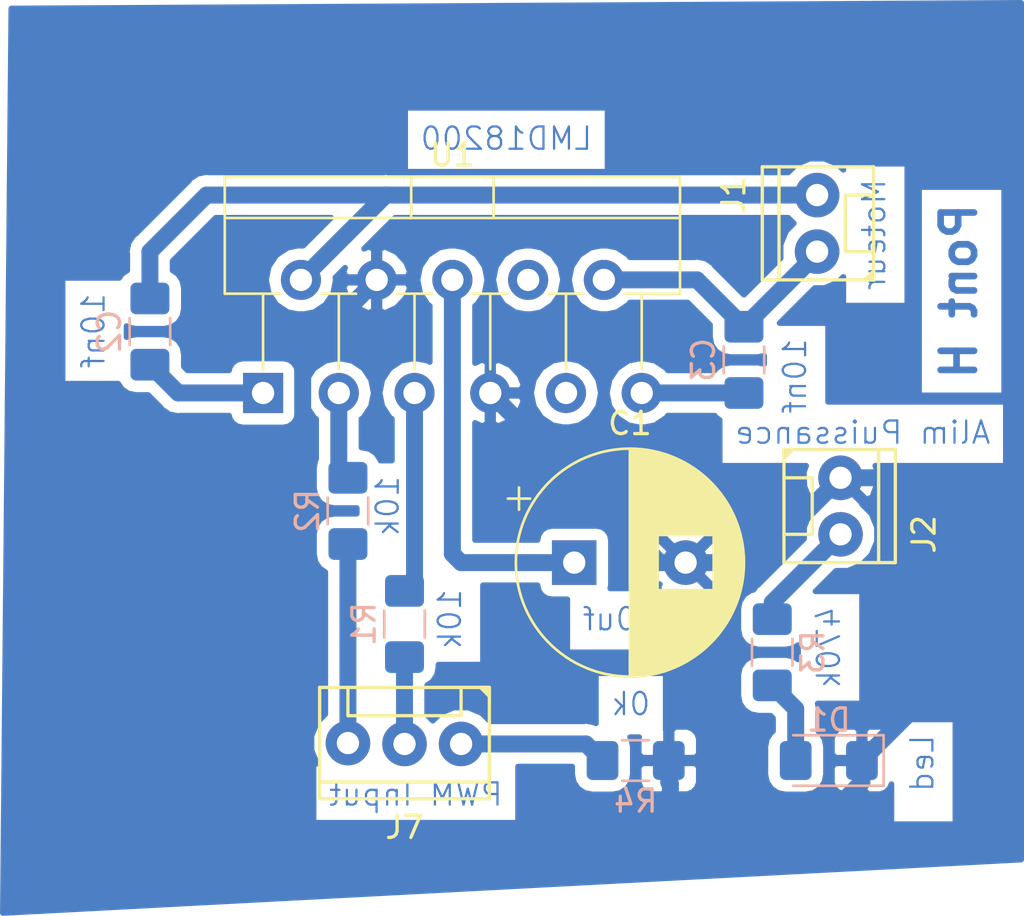
<source format=kicad_pcb>
(kicad_pcb (version 20171130) (host pcbnew "(5.0.1)-3")

  (general
    (thickness 1.6)
    (drawings 13)
    (tracks 52)
    (zones 0)
    (modules 12)
    (nets 16)
  )

  (page A4)
  (layers
    (0 F.Cu signal hide)
    (31 B.Cu signal)
    (32 B.Adhes user hide)
    (33 F.Adhes user hide)
    (34 B.Paste user hide)
    (35 F.Paste user hide)
    (36 B.SilkS user hide)
    (37 F.SilkS user hide)
    (38 B.Mask user hide)
    (39 F.Mask user hide)
    (40 Dwgs.User user hide)
    (41 Cmts.User user hide)
    (42 Eco1.User user hide)
    (43 Eco2.User user hide)
    (44 Edge.Cuts user hide)
    (45 Margin user hide)
    (46 B.CrtYd user hide)
    (47 F.CrtYd user hide)
    (48 B.Fab user hide)
    (49 F.Fab user hide)
  )

  (setup
    (last_trace_width 0.762)
    (user_trace_width 0.254)
    (user_trace_width 0.381)
    (user_trace_width 0.762)
    (trace_clearance 0.2)
    (zone_clearance 0.508)
    (zone_45_only no)
    (trace_min 0.2)
    (segment_width 0.2)
    (edge_width 0.1)
    (via_size 0.8)
    (via_drill 0.4)
    (via_min_size 0.4)
    (via_min_drill 0.3)
    (uvia_size 0.3)
    (uvia_drill 0.1)
    (uvias_allowed no)
    (uvia_min_size 0.2)
    (uvia_min_drill 0.1)
    (pcb_text_width 0.1)
    (pcb_text_size 1 1)
    (mod_edge_width 0.15)
    (mod_text_size 1 1)
    (mod_text_width 0.15)
    (pad_size 1.425 1.75)
    (pad_drill 0)
    (pad_to_mask_clearance 0.051)
    (solder_mask_min_width 0.25)
    (aux_axis_origin 0 0)
    (visible_elements 7FFFFFFF)
    (pcbplotparams
      (layerselection 0x010fc_ffffffff)
      (usegerberextensions false)
      (usegerberattributes false)
      (usegerberadvancedattributes false)
      (creategerberjobfile false)
      (excludeedgelayer true)
      (linewidth 0.100000)
      (plotframeref false)
      (viasonmask false)
      (mode 1)
      (useauxorigin false)
      (hpglpennumber 1)
      (hpglpenspeed 20)
      (hpglpendiameter 15.000000)
      (psnegative false)
      (psa4output false)
      (plotreference true)
      (plotvalue true)
      (plotinvisibletext false)
      (padsonsilk false)
      (subtractmaskfromsilk false)
      (outputformat 1)
      (mirror false)
      (drillshape 1)
      (scaleselection 1)
      (outputdirectory ""))
  )

  (net 0 "")
  (net 1 GNDPWR)
  (net 2 "Net-(C1-Pad1)")
  (net 3 "Net-(C2-Pad2)")
  (net 4 "Net-(C2-Pad1)")
  (net 5 "Net-(C3-Pad1)")
  (net 6 "Net-(C3-Pad2)")
  (net 7 "Net-(D1-Pad2)")
  (net 8 /VS)
  (net 9 "Net-(J7-Pad1)")
  (net 10 "Net-(J7-Pad2)")
  (net 11 "Net-(J7-Pad3)")
  (net 12 "Net-(R1-Pad1)")
  (net 13 "Net-(R2-Pad1)")
  (net 14 "Net-(U1-Pad9)")
  (net 15 "Net-(U1-Pad8)")

  (net_class Default "This is the default net class."
    (clearance 0.2)
    (trace_width 0.25)
    (via_dia 0.8)
    (via_drill 0.4)
    (uvia_dia 0.3)
    (uvia_drill 0.1)
    (add_net /VS)
    (add_net GNDPWR)
    (add_net "Net-(C1-Pad1)")
    (add_net "Net-(C2-Pad1)")
    (add_net "Net-(C2-Pad2)")
    (add_net "Net-(C3-Pad1)")
    (add_net "Net-(C3-Pad2)")
    (add_net "Net-(D1-Pad2)")
    (add_net "Net-(J7-Pad1)")
    (add_net "Net-(J7-Pad2)")
    (add_net "Net-(J7-Pad3)")
    (add_net "Net-(R1-Pad1)")
    (add_net "Net-(R2-Pad1)")
    (add_net "Net-(U1-Pad8)")
    (add_net "Net-(U1-Pad9)")
  )

  (module Resistor_SMD:R_1206_3216Metric_Pad1.42x1.75mm_HandSolder (layer B.Cu) (tedit 5B301BBD) (tstamp 5C6EE002)
    (at 144.78 84.0375 270)
    (descr "Resistor SMD 1206 (3216 Metric), square (rectangular) end terminal, IPC_7351 nominal with elongated pad for handsoldering. (Body size source: http://www.tortai-tech.com/upload/download/2011102023233369053.pdf), generated with kicad-footprint-generator")
    (tags "resistor handsolder")
    (path /5C1271CA)
    (attr smd)
    (fp_text reference R2 (at 0 1.82 270) (layer B.SilkS)
      (effects (font (size 1 1) (thickness 0.15)) (justify mirror))
    )
    (fp_text value 10k (at 0 -1.82 270) (layer B.Fab)
      (effects (font (size 1 1) (thickness 0.15)) (justify mirror))
    )
    (fp_line (start -1.6 -0.8) (end -1.6 0.8) (layer B.Fab) (width 0.1))
    (fp_line (start -1.6 0.8) (end 1.6 0.8) (layer B.Fab) (width 0.1))
    (fp_line (start 1.6 0.8) (end 1.6 -0.8) (layer B.Fab) (width 0.1))
    (fp_line (start 1.6 -0.8) (end -1.6 -0.8) (layer B.Fab) (width 0.1))
    (fp_line (start -0.602064 0.91) (end 0.602064 0.91) (layer B.SilkS) (width 0.12))
    (fp_line (start -0.602064 -0.91) (end 0.602064 -0.91) (layer B.SilkS) (width 0.12))
    (fp_line (start -2.45 -1.12) (end -2.45 1.12) (layer B.CrtYd) (width 0.05))
    (fp_line (start -2.45 1.12) (end 2.45 1.12) (layer B.CrtYd) (width 0.05))
    (fp_line (start 2.45 1.12) (end 2.45 -1.12) (layer B.CrtYd) (width 0.05))
    (fp_line (start 2.45 -1.12) (end -2.45 -1.12) (layer B.CrtYd) (width 0.05))
    (fp_text user %R (at 0 0 270) (layer B.Fab)
      (effects (font (size 0.8 0.8) (thickness 0.12)) (justify mirror))
    )
    (pad 1 smd roundrect (at -1.4875 0 270) (size 1.425 1.75) (layers B.Cu B.Paste B.Mask) (roundrect_rratio 0.175439)
      (net 13 "Net-(R2-Pad1)"))
    (pad 2 smd roundrect (at 1.4875 0 270) (size 1.425 1.75) (layers B.Cu B.Paste B.Mask) (roundrect_rratio 0.175439)
      (net 11 "Net-(J7-Pad3)"))
    (model ${KISYS3DMOD}/Resistor_SMD.3dshapes/R_1206_3216Metric.wrl
      (at (xyz 0 0 0))
      (scale (xyz 1 1 1))
      (rotate (xyz 0 0 0))
    )
  )

  (module Resistor_SMD:R_1206_3216Metric_Pad1.42x1.75mm_HandSolder (layer B.Cu) (tedit 5B301BBD) (tstamp 5C6EDFF2)
    (at 147.32 89.1175 270)
    (descr "Resistor SMD 1206 (3216 Metric), square (rectangular) end terminal, IPC_7351 nominal with elongated pad for handsoldering. (Body size source: http://www.tortai-tech.com/upload/download/2011102023233369053.pdf), generated with kicad-footprint-generator")
    (tags "resistor handsolder")
    (path /5C12713F)
    (attr smd)
    (fp_text reference R1 (at 0 1.82 270) (layer B.SilkS)
      (effects (font (size 1 1) (thickness 0.15)) (justify mirror))
    )
    (fp_text value 10k (at 0 -1.82 270) (layer B.Fab)
      (effects (font (size 1 1) (thickness 0.15)) (justify mirror))
    )
    (fp_text user %R (at 0 0 270) (layer B.Fab)
      (effects (font (size 0.8 0.8) (thickness 0.12)) (justify mirror))
    )
    (fp_line (start 2.45 -1.12) (end -2.45 -1.12) (layer B.CrtYd) (width 0.05))
    (fp_line (start 2.45 1.12) (end 2.45 -1.12) (layer B.CrtYd) (width 0.05))
    (fp_line (start -2.45 1.12) (end 2.45 1.12) (layer B.CrtYd) (width 0.05))
    (fp_line (start -2.45 -1.12) (end -2.45 1.12) (layer B.CrtYd) (width 0.05))
    (fp_line (start -0.602064 -0.91) (end 0.602064 -0.91) (layer B.SilkS) (width 0.12))
    (fp_line (start -0.602064 0.91) (end 0.602064 0.91) (layer B.SilkS) (width 0.12))
    (fp_line (start 1.6 -0.8) (end -1.6 -0.8) (layer B.Fab) (width 0.1))
    (fp_line (start 1.6 0.8) (end 1.6 -0.8) (layer B.Fab) (width 0.1))
    (fp_line (start -1.6 0.8) (end 1.6 0.8) (layer B.Fab) (width 0.1))
    (fp_line (start -1.6 -0.8) (end -1.6 0.8) (layer B.Fab) (width 0.1))
    (pad 2 smd roundrect (at 1.4875 0 270) (size 1.425 1.75) (layers B.Cu B.Paste B.Mask) (roundrect_rratio 0.175439)
      (net 10 "Net-(J7-Pad2)"))
    (pad 1 smd roundrect (at -1.4875 0 270) (size 1.425 1.75) (layers B.Cu B.Paste B.Mask) (roundrect_rratio 0.175439)
      (net 12 "Net-(R1-Pad1)"))
    (model ${KISYS3DMOD}/Resistor_SMD.3dshapes/R_1206_3216Metric.wrl
      (at (xyz 0 0 0))
      (scale (xyz 1 1 1))
      (rotate (xyz 0 0 0))
    )
  )

  (module @Robot:HE14-2-straight (layer F.Cu) (tedit 5C44AB67) (tstamp 5C6EDFE0)
    (at 165.1 69.85 90)
    (tags "HE14 3 straight connector 1x3")
    (path /5C1BFABE)
    (fp_text reference J1 (at 0 -3 90) (layer F.SilkS)
      (effects (font (size 1 1) (thickness 0.15)))
    )
    (fp_text value U$4 (at 0 5 90) (layer F.Fab)
      (effects (font (size 1 1) (thickness 0.15)))
    )
    (fp_line (start -3.81 3.283747) (end -3.81 -1.716253) (layer F.CrtYd) (width 0.15))
    (fp_line (start 1.27 3.283747) (end -3.81 3.283747) (layer F.SilkS) (width 0.15))
    (fp_line (start 1.27 -1.716253) (end 1.27 3.283747) (layer F.CrtYd) (width 0.15))
    (fp_line (start 1.27 -1.716253) (end -3.81 -1.716253) (layer F.SilkS) (width 0.15))
    (fp_line (start -2.54 2.013747) (end -2.54 3.283747) (layer F.SilkS) (width 0.15))
    (fp_line (start 0 3.283747) (end 0 2.013747) (layer F.SilkS) (width 0.15))
    (fp_line (start 1.27 -0.966253) (end -3.81 -0.966253) (layer F.SilkS) (width 0.15))
    (fp_line (start 0 2.013747) (end -2.54 2.013747) (layer F.SilkS) (width 0.15))
    (fp_poly (pts (xy -3.41 3.283747) (xy -3.81 2.883747) (xy -3.81 3.283747)) (layer F.SilkS) (width 0.15))
    (fp_line (start -3.81 3.283747) (end -3.81 -1.716253) (layer F.SilkS) (width 0.15))
    (fp_line (start 1.27 3.283747) (end 1.27 -1.716253) (layer F.SilkS) (width 0.15))
    (fp_line (start 1.27 -1.716253) (end -3.81 -1.716253) (layer F.CrtYd) (width 0.15))
    (fp_line (start 1.27 3.283747) (end -3.81 3.283747) (layer F.CrtYd) (width 0.15))
    (pad 1 thru_hole circle (at -2.54 0.743747 270) (size 2 2) (drill 1) (layers *.Cu *.Mask)
      (net 5 "Net-(C3-Pad1)"))
    (pad 2 thru_hole circle (at 0 0.743747 270) (size 2 2) (drill 1) (layers *.Cu *.Mask)
      (net 4 "Net-(C2-Pad1)"))
    (model ${KIROBOT}/@Robot.3D/HE14/c-281695-3-k-3d.igs
      (offset (xyz 0 -0.7492999887466431 10.79499983787537))
      (scale (xyz 1 1 1))
      (rotate (xyz 0 0 0))
    )
  )

  (module Capacitor_SMD:C_1206_3216Metric_Pad1.42x1.75mm_HandSolder (layer B.Cu) (tedit 5B301BBE) (tstamp 5C6EDFD0)
    (at 162.56 77.2525 270)
    (descr "Capacitor SMD 1206 (3216 Metric), square (rectangular) end terminal, IPC_7351 nominal with elongated pad for handsoldering. (Body size source: http://www.tortai-tech.com/upload/download/2011102023233369053.pdf), generated with kicad-footprint-generator")
    (tags "capacitor handsolder")
    (path /5C70B6EB)
    (attr smd)
    (fp_text reference C3 (at 0 1.82 270) (layer B.SilkS)
      (effects (font (size 1 1) (thickness 0.15)) (justify mirror))
    )
    (fp_text value 10nF (at 0 -1.82 270) (layer B.Fab)
      (effects (font (size 1 1) (thickness 0.15)) (justify mirror))
    )
    (fp_line (start -1.6 -0.8) (end -1.6 0.8) (layer B.Fab) (width 0.1))
    (fp_line (start -1.6 0.8) (end 1.6 0.8) (layer B.Fab) (width 0.1))
    (fp_line (start 1.6 0.8) (end 1.6 -0.8) (layer B.Fab) (width 0.1))
    (fp_line (start 1.6 -0.8) (end -1.6 -0.8) (layer B.Fab) (width 0.1))
    (fp_line (start -0.602064 0.91) (end 0.602064 0.91) (layer B.SilkS) (width 0.12))
    (fp_line (start -0.602064 -0.91) (end 0.602064 -0.91) (layer B.SilkS) (width 0.12))
    (fp_line (start -2.45 -1.12) (end -2.45 1.12) (layer B.CrtYd) (width 0.05))
    (fp_line (start -2.45 1.12) (end 2.45 1.12) (layer B.CrtYd) (width 0.05))
    (fp_line (start 2.45 1.12) (end 2.45 -1.12) (layer B.CrtYd) (width 0.05))
    (fp_line (start 2.45 -1.12) (end -2.45 -1.12) (layer B.CrtYd) (width 0.05))
    (fp_text user %R (at 0 0 270) (layer B.Fab)
      (effects (font (size 0.8 0.8) (thickness 0.12)) (justify mirror))
    )
    (pad 1 smd roundrect (at -1.4875 0 270) (size 1.425 1.75) (layers B.Cu B.Paste B.Mask) (roundrect_rratio 0.175439)
      (net 5 "Net-(C3-Pad1)"))
    (pad 2 smd roundrect (at 1.4875 0 270) (size 1.425 1.75) (layers B.Cu B.Paste B.Mask) (roundrect_rratio 0.175439)
      (net 6 "Net-(C3-Pad2)"))
    (model ${KISYS3DMOD}/Capacitor_SMD.3dshapes/C_1206_3216Metric.wrl
      (at (xyz 0 0 0))
      (scale (xyz 1 1 1))
      (rotate (xyz 0 0 0))
    )
  )

  (module Resistor_SMD:R_1206_3216Metric_Pad1.42x1.75mm_HandSolder (layer B.Cu) (tedit 5B301BBD) (tstamp 5C6EDFC0)
    (at 157.6975 95.25)
    (descr "Resistor SMD 1206 (3216 Metric), square (rectangular) end terminal, IPC_7351 nominal with elongated pad for handsoldering. (Body size source: http://www.tortai-tech.com/upload/download/2011102023233369053.pdf), generated with kicad-footprint-generator")
    (tags "resistor handsolder")
    (path /5C14FFB1)
    (attr smd)
    (fp_text reference R4 (at 0 1.82) (layer B.SilkS)
      (effects (font (size 1 1) (thickness 0.15)) (justify mirror))
    )
    (fp_text value 0 (at 0 -1.82) (layer B.Fab)
      (effects (font (size 1 1) (thickness 0.15)) (justify mirror))
    )
    (fp_line (start -1.6 -0.8) (end -1.6 0.8) (layer B.Fab) (width 0.1))
    (fp_line (start -1.6 0.8) (end 1.6 0.8) (layer B.Fab) (width 0.1))
    (fp_line (start 1.6 0.8) (end 1.6 -0.8) (layer B.Fab) (width 0.1))
    (fp_line (start 1.6 -0.8) (end -1.6 -0.8) (layer B.Fab) (width 0.1))
    (fp_line (start -0.602064 0.91) (end 0.602064 0.91) (layer B.SilkS) (width 0.12))
    (fp_line (start -0.602064 -0.91) (end 0.602064 -0.91) (layer B.SilkS) (width 0.12))
    (fp_line (start -2.45 -1.12) (end -2.45 1.12) (layer B.CrtYd) (width 0.05))
    (fp_line (start -2.45 1.12) (end 2.45 1.12) (layer B.CrtYd) (width 0.05))
    (fp_line (start 2.45 1.12) (end 2.45 -1.12) (layer B.CrtYd) (width 0.05))
    (fp_line (start 2.45 -1.12) (end -2.45 -1.12) (layer B.CrtYd) (width 0.05))
    (fp_text user %R (at 0 0) (layer B.Fab)
      (effects (font (size 0.8 0.8) (thickness 0.12)) (justify mirror))
    )
    (pad 1 smd roundrect (at -1.4875 0) (size 1.425 1.75) (layers B.Cu B.Paste B.Mask) (roundrect_rratio 0.175439)
      (net 9 "Net-(J7-Pad1)"))
    (pad 2 smd roundrect (at 1.4875 0) (size 1.425 1.75) (layers B.Cu B.Paste B.Mask) (roundrect_rratio 0.175439)
      (net 1 GNDPWR))
    (model ${KISYS3DMOD}/Resistor_SMD.3dshapes/R_1206_3216Metric.wrl
      (at (xyz 0 0 0))
      (scale (xyz 1 1 1))
      (rotate (xyz 0 0 0))
    )
  )

  (module @Robot:HE14-3-straight (layer F.Cu) (tedit 5C40A9D3) (tstamp 5C6EDFAD)
    (at 147.32 95.25 180)
    (tags "HE14 3 straight connector 1x3")
    (path /5C6EED21)
    (fp_text reference J7 (at 0 -3 180) (layer F.SilkS)
      (effects (font (size 1 1) (thickness 0.15)))
    )
    (fp_text value "PWM input" (at 0 5 180) (layer F.Fab)
      (effects (font (size 1 1) (thickness 0.15)))
    )
    (fp_line (start -3.81 3.283747) (end -3.81 -1.716253) (layer F.CrtYd) (width 0.15))
    (fp_line (start 3.81 3.283747) (end -3.81 3.283747) (layer F.SilkS) (width 0.15))
    (fp_line (start 3.81 -1.716253) (end 3.81 3.283747) (layer F.CrtYd) (width 0.15))
    (fp_line (start 3.81 -1.716253) (end -3.81 -1.716253) (layer F.SilkS) (width 0.15))
    (fp_line (start -2.54 2.013747) (end -2.54 3.283747) (layer F.SilkS) (width 0.15))
    (fp_line (start 2.54 3.283747) (end 2.54 2.013747) (layer F.SilkS) (width 0.15))
    (fp_line (start 3.81 -0.966253) (end -3.81 -0.966253) (layer F.SilkS) (width 0.15))
    (fp_line (start 2.54 2.013747) (end -2.54 2.013747) (layer F.SilkS) (width 0.15))
    (fp_poly (pts (xy -3.41 3.283747) (xy -3.81 2.883747) (xy -3.81 3.283747)) (layer F.SilkS) (width 0.15))
    (fp_line (start -3.81 3.283747) (end -3.81 -1.716253) (layer F.SilkS) (width 0.15))
    (fp_line (start 3.81 3.283747) (end 3.81 -1.716253) (layer F.SilkS) (width 0.15))
    (fp_line (start 3.81 -1.716253) (end -3.81 -1.716253) (layer F.CrtYd) (width 0.15))
    (fp_line (start 3.81 3.283747) (end -3.81 3.283747) (layer F.CrtYd) (width 0.15))
    (pad 1 thru_hole circle (at -2.54 0.743747) (size 2 2) (drill 1) (layers *.Cu *.Mask)
      (net 9 "Net-(J7-Pad1)"))
    (pad 2 thru_hole circle (at 0 0.743747) (size 2 2) (drill 1) (layers *.Cu *.Mask)
      (net 10 "Net-(J7-Pad2)"))
    (pad 3 thru_hole circle (at 2.54 0.783747) (size 2 2) (drill 1) (layers *.Cu *.Mask)
      (net 11 "Net-(J7-Pad3)"))
    (model ${KIROBOT}/@Robot.3D/HE14/c-281695-3-k-3d.igs
      (offset (xyz 0 -0.7492999887466431 10.79499983787537))
      (scale (xyz 1 1 1))
      (rotate (xyz 0 0 0))
    )
  )

  (module Capacitor_SMD:C_1206_3216Metric_Pad1.42x1.75mm_HandSolder (layer B.Cu) (tedit 5B301BBE) (tstamp 5C6EDF9D)
    (at 135.89 75.9825 270)
    (descr "Capacitor SMD 1206 (3216 Metric), square (rectangular) end terminal, IPC_7351 nominal with elongated pad for handsoldering. (Body size source: http://www.tortai-tech.com/upload/download/2011102023233369053.pdf), generated with kicad-footprint-generator")
    (tags "capacitor handsolder")
    (path /5C12661E)
    (attr smd)
    (fp_text reference C2 (at 0 1.82 270) (layer B.SilkS)
      (effects (font (size 1 1) (thickness 0.15)) (justify mirror))
    )
    (fp_text value 10nF (at 0 -1.82 270) (layer B.Fab)
      (effects (font (size 1 1) (thickness 0.15)) (justify mirror))
    )
    (fp_text user %R (at 0 0 270) (layer B.Fab)
      (effects (font (size 0.8 0.8) (thickness 0.12)) (justify mirror))
    )
    (fp_line (start 2.45 -1.12) (end -2.45 -1.12) (layer B.CrtYd) (width 0.05))
    (fp_line (start 2.45 1.12) (end 2.45 -1.12) (layer B.CrtYd) (width 0.05))
    (fp_line (start -2.45 1.12) (end 2.45 1.12) (layer B.CrtYd) (width 0.05))
    (fp_line (start -2.45 -1.12) (end -2.45 1.12) (layer B.CrtYd) (width 0.05))
    (fp_line (start -0.602064 -0.91) (end 0.602064 -0.91) (layer B.SilkS) (width 0.12))
    (fp_line (start -0.602064 0.91) (end 0.602064 0.91) (layer B.SilkS) (width 0.12))
    (fp_line (start 1.6 -0.8) (end -1.6 -0.8) (layer B.Fab) (width 0.1))
    (fp_line (start 1.6 0.8) (end 1.6 -0.8) (layer B.Fab) (width 0.1))
    (fp_line (start -1.6 0.8) (end 1.6 0.8) (layer B.Fab) (width 0.1))
    (fp_line (start -1.6 -0.8) (end -1.6 0.8) (layer B.Fab) (width 0.1))
    (pad 2 smd roundrect (at 1.4875 0 270) (size 1.425 1.75) (layers B.Cu B.Paste B.Mask) (roundrect_rratio 0.175439)
      (net 3 "Net-(C2-Pad2)"))
    (pad 1 smd roundrect (at -1.4875 0 270) (size 1.425 1.75) (layers B.Cu B.Paste B.Mask) (roundrect_rratio 0.175439)
      (net 4 "Net-(C2-Pad1)"))
    (model ${KISYS3DMOD}/Capacitor_SMD.3dshapes/C_1206_3216Metric.wrl
      (at (xyz 0 0 0))
      (scale (xyz 1 1 1))
      (rotate (xyz 0 0 0))
    )
  )

  (module @Robot:HE14-2-straight (layer F.Cu) (tedit 5C44AB67) (tstamp 5C6EDF8B)
    (at 167.64 85.09 270)
    (tags "HE14 3 straight connector 1x3")
    (path /5C1CBBA5)
    (fp_text reference J2 (at 0 -3 270) (layer F.SilkS)
      (effects (font (size 1 1) (thickness 0.15)))
    )
    (fp_text value "Alim puissance" (at 0 5 270) (layer F.Fab)
      (effects (font (size 1 1) (thickness 0.15)))
    )
    (fp_line (start 1.27 3.283747) (end -3.81 3.283747) (layer F.CrtYd) (width 0.15))
    (fp_line (start 1.27 -1.716253) (end -3.81 -1.716253) (layer F.CrtYd) (width 0.15))
    (fp_line (start 1.27 3.283747) (end 1.27 -1.716253) (layer F.SilkS) (width 0.15))
    (fp_line (start -3.81 3.283747) (end -3.81 -1.716253) (layer F.SilkS) (width 0.15))
    (fp_poly (pts (xy -3.41 3.283747) (xy -3.81 2.883747) (xy -3.81 3.283747)) (layer F.SilkS) (width 0.15))
    (fp_line (start 0 2.013747) (end -2.54 2.013747) (layer F.SilkS) (width 0.15))
    (fp_line (start 1.27 -0.966253) (end -3.81 -0.966253) (layer F.SilkS) (width 0.15))
    (fp_line (start 0 3.283747) (end 0 2.013747) (layer F.SilkS) (width 0.15))
    (fp_line (start -2.54 2.013747) (end -2.54 3.283747) (layer F.SilkS) (width 0.15))
    (fp_line (start 1.27 -1.716253) (end -3.81 -1.716253) (layer F.SilkS) (width 0.15))
    (fp_line (start 1.27 -1.716253) (end 1.27 3.283747) (layer F.CrtYd) (width 0.15))
    (fp_line (start 1.27 3.283747) (end -3.81 3.283747) (layer F.SilkS) (width 0.15))
    (fp_line (start -3.81 3.283747) (end -3.81 -1.716253) (layer F.CrtYd) (width 0.15))
    (pad 2 thru_hole circle (at 0 0.743747 90) (size 2 2) (drill 1) (layers *.Cu *.Mask)
      (net 8 /VS))
    (pad 1 thru_hole circle (at -2.54 0.743747 90) (size 2 2) (drill 1) (layers *.Cu *.Mask)
      (net 1 GNDPWR))
    (model ${KIROBOT}/@Robot.3D/HE14/c-281695-3-k-3d.igs
      (offset (xyz 0 -0.7492999887466431 10.79499983787537))
      (scale (xyz 1 1 1))
      (rotate (xyz 0 0 0))
    )
  )

  (module Capacitor_THT:CP_Radial_D10.0mm_P5.00mm (layer F.Cu) (tedit 5AE50EF1) (tstamp 5C6EDEC0)
    (at 154.94 86.36)
    (descr "CP, Radial series, Radial, pin pitch=5.00mm, , diameter=10mm, Electrolytic Capacitor")
    (tags "CP Radial series Radial pin pitch 5.00mm  diameter 10mm Electrolytic Capacitor")
    (path /5C712E94)
    (fp_text reference C1 (at 2.5 -6.25) (layer F.SilkS)
      (effects (font (size 1 1) (thickness 0.15)))
    )
    (fp_text value 470uF (at 2.5 6.25) (layer F.Fab)
      (effects (font (size 1 1) (thickness 0.15)))
    )
    (fp_text user %R (at 2.5 0 90) (layer F.Fab)
      (effects (font (size 1 1) (thickness 0.15)))
    )
    (fp_line (start -2.479646 -3.375) (end -2.479646 -2.375) (layer F.SilkS) (width 0.12))
    (fp_line (start -2.979646 -2.875) (end -1.979646 -2.875) (layer F.SilkS) (width 0.12))
    (fp_line (start 7.581 -0.599) (end 7.581 0.599) (layer F.SilkS) (width 0.12))
    (fp_line (start 7.541 -0.862) (end 7.541 0.862) (layer F.SilkS) (width 0.12))
    (fp_line (start 7.501 -1.062) (end 7.501 1.062) (layer F.SilkS) (width 0.12))
    (fp_line (start 7.461 -1.23) (end 7.461 1.23) (layer F.SilkS) (width 0.12))
    (fp_line (start 7.421 -1.378) (end 7.421 1.378) (layer F.SilkS) (width 0.12))
    (fp_line (start 7.381 -1.51) (end 7.381 1.51) (layer F.SilkS) (width 0.12))
    (fp_line (start 7.341 -1.63) (end 7.341 1.63) (layer F.SilkS) (width 0.12))
    (fp_line (start 7.301 -1.742) (end 7.301 1.742) (layer F.SilkS) (width 0.12))
    (fp_line (start 7.261 -1.846) (end 7.261 1.846) (layer F.SilkS) (width 0.12))
    (fp_line (start 7.221 -1.944) (end 7.221 1.944) (layer F.SilkS) (width 0.12))
    (fp_line (start 7.181 -2.037) (end 7.181 2.037) (layer F.SilkS) (width 0.12))
    (fp_line (start 7.141 -2.125) (end 7.141 2.125) (layer F.SilkS) (width 0.12))
    (fp_line (start 7.101 -2.209) (end 7.101 2.209) (layer F.SilkS) (width 0.12))
    (fp_line (start 7.061 -2.289) (end 7.061 2.289) (layer F.SilkS) (width 0.12))
    (fp_line (start 7.021 -2.365) (end 7.021 2.365) (layer F.SilkS) (width 0.12))
    (fp_line (start 6.981 -2.439) (end 6.981 2.439) (layer F.SilkS) (width 0.12))
    (fp_line (start 6.941 -2.51) (end 6.941 2.51) (layer F.SilkS) (width 0.12))
    (fp_line (start 6.901 -2.579) (end 6.901 2.579) (layer F.SilkS) (width 0.12))
    (fp_line (start 6.861 -2.645) (end 6.861 2.645) (layer F.SilkS) (width 0.12))
    (fp_line (start 6.821 -2.709) (end 6.821 2.709) (layer F.SilkS) (width 0.12))
    (fp_line (start 6.781 -2.77) (end 6.781 2.77) (layer F.SilkS) (width 0.12))
    (fp_line (start 6.741 -2.83) (end 6.741 2.83) (layer F.SilkS) (width 0.12))
    (fp_line (start 6.701 -2.889) (end 6.701 2.889) (layer F.SilkS) (width 0.12))
    (fp_line (start 6.661 -2.945) (end 6.661 2.945) (layer F.SilkS) (width 0.12))
    (fp_line (start 6.621 -3) (end 6.621 3) (layer F.SilkS) (width 0.12))
    (fp_line (start 6.581 -3.054) (end 6.581 3.054) (layer F.SilkS) (width 0.12))
    (fp_line (start 6.541 -3.106) (end 6.541 3.106) (layer F.SilkS) (width 0.12))
    (fp_line (start 6.501 -3.156) (end 6.501 3.156) (layer F.SilkS) (width 0.12))
    (fp_line (start 6.461 -3.206) (end 6.461 3.206) (layer F.SilkS) (width 0.12))
    (fp_line (start 6.421 -3.254) (end 6.421 3.254) (layer F.SilkS) (width 0.12))
    (fp_line (start 6.381 -3.301) (end 6.381 3.301) (layer F.SilkS) (width 0.12))
    (fp_line (start 6.341 -3.347) (end 6.341 3.347) (layer F.SilkS) (width 0.12))
    (fp_line (start 6.301 -3.392) (end 6.301 3.392) (layer F.SilkS) (width 0.12))
    (fp_line (start 6.261 -3.436) (end 6.261 3.436) (layer F.SilkS) (width 0.12))
    (fp_line (start 6.221 1.241) (end 6.221 3.478) (layer F.SilkS) (width 0.12))
    (fp_line (start 6.221 -3.478) (end 6.221 -1.241) (layer F.SilkS) (width 0.12))
    (fp_line (start 6.181 1.241) (end 6.181 3.52) (layer F.SilkS) (width 0.12))
    (fp_line (start 6.181 -3.52) (end 6.181 -1.241) (layer F.SilkS) (width 0.12))
    (fp_line (start 6.141 1.241) (end 6.141 3.561) (layer F.SilkS) (width 0.12))
    (fp_line (start 6.141 -3.561) (end 6.141 -1.241) (layer F.SilkS) (width 0.12))
    (fp_line (start 6.101 1.241) (end 6.101 3.601) (layer F.SilkS) (width 0.12))
    (fp_line (start 6.101 -3.601) (end 6.101 -1.241) (layer F.SilkS) (width 0.12))
    (fp_line (start 6.061 1.241) (end 6.061 3.64) (layer F.SilkS) (width 0.12))
    (fp_line (start 6.061 -3.64) (end 6.061 -1.241) (layer F.SilkS) (width 0.12))
    (fp_line (start 6.021 1.241) (end 6.021 3.679) (layer F.SilkS) (width 0.12))
    (fp_line (start 6.021 -3.679) (end 6.021 -1.241) (layer F.SilkS) (width 0.12))
    (fp_line (start 5.981 1.241) (end 5.981 3.716) (layer F.SilkS) (width 0.12))
    (fp_line (start 5.981 -3.716) (end 5.981 -1.241) (layer F.SilkS) (width 0.12))
    (fp_line (start 5.941 1.241) (end 5.941 3.753) (layer F.SilkS) (width 0.12))
    (fp_line (start 5.941 -3.753) (end 5.941 -1.241) (layer F.SilkS) (width 0.12))
    (fp_line (start 5.901 1.241) (end 5.901 3.789) (layer F.SilkS) (width 0.12))
    (fp_line (start 5.901 -3.789) (end 5.901 -1.241) (layer F.SilkS) (width 0.12))
    (fp_line (start 5.861 1.241) (end 5.861 3.824) (layer F.SilkS) (width 0.12))
    (fp_line (start 5.861 -3.824) (end 5.861 -1.241) (layer F.SilkS) (width 0.12))
    (fp_line (start 5.821 1.241) (end 5.821 3.858) (layer F.SilkS) (width 0.12))
    (fp_line (start 5.821 -3.858) (end 5.821 -1.241) (layer F.SilkS) (width 0.12))
    (fp_line (start 5.781 1.241) (end 5.781 3.892) (layer F.SilkS) (width 0.12))
    (fp_line (start 5.781 -3.892) (end 5.781 -1.241) (layer F.SilkS) (width 0.12))
    (fp_line (start 5.741 1.241) (end 5.741 3.925) (layer F.SilkS) (width 0.12))
    (fp_line (start 5.741 -3.925) (end 5.741 -1.241) (layer F.SilkS) (width 0.12))
    (fp_line (start 5.701 1.241) (end 5.701 3.957) (layer F.SilkS) (width 0.12))
    (fp_line (start 5.701 -3.957) (end 5.701 -1.241) (layer F.SilkS) (width 0.12))
    (fp_line (start 5.661 1.241) (end 5.661 3.989) (layer F.SilkS) (width 0.12))
    (fp_line (start 5.661 -3.989) (end 5.661 -1.241) (layer F.SilkS) (width 0.12))
    (fp_line (start 5.621 1.241) (end 5.621 4.02) (layer F.SilkS) (width 0.12))
    (fp_line (start 5.621 -4.02) (end 5.621 -1.241) (layer F.SilkS) (width 0.12))
    (fp_line (start 5.581 1.241) (end 5.581 4.05) (layer F.SilkS) (width 0.12))
    (fp_line (start 5.581 -4.05) (end 5.581 -1.241) (layer F.SilkS) (width 0.12))
    (fp_line (start 5.541 1.241) (end 5.541 4.08) (layer F.SilkS) (width 0.12))
    (fp_line (start 5.541 -4.08) (end 5.541 -1.241) (layer F.SilkS) (width 0.12))
    (fp_line (start 5.501 1.241) (end 5.501 4.11) (layer F.SilkS) (width 0.12))
    (fp_line (start 5.501 -4.11) (end 5.501 -1.241) (layer F.SilkS) (width 0.12))
    (fp_line (start 5.461 1.241) (end 5.461 4.138) (layer F.SilkS) (width 0.12))
    (fp_line (start 5.461 -4.138) (end 5.461 -1.241) (layer F.SilkS) (width 0.12))
    (fp_line (start 5.421 1.241) (end 5.421 4.166) (layer F.SilkS) (width 0.12))
    (fp_line (start 5.421 -4.166) (end 5.421 -1.241) (layer F.SilkS) (width 0.12))
    (fp_line (start 5.381 1.241) (end 5.381 4.194) (layer F.SilkS) (width 0.12))
    (fp_line (start 5.381 -4.194) (end 5.381 -1.241) (layer F.SilkS) (width 0.12))
    (fp_line (start 5.341 1.241) (end 5.341 4.221) (layer F.SilkS) (width 0.12))
    (fp_line (start 5.341 -4.221) (end 5.341 -1.241) (layer F.SilkS) (width 0.12))
    (fp_line (start 5.301 1.241) (end 5.301 4.247) (layer F.SilkS) (width 0.12))
    (fp_line (start 5.301 -4.247) (end 5.301 -1.241) (layer F.SilkS) (width 0.12))
    (fp_line (start 5.261 1.241) (end 5.261 4.273) (layer F.SilkS) (width 0.12))
    (fp_line (start 5.261 -4.273) (end 5.261 -1.241) (layer F.SilkS) (width 0.12))
    (fp_line (start 5.221 1.241) (end 5.221 4.298) (layer F.SilkS) (width 0.12))
    (fp_line (start 5.221 -4.298) (end 5.221 -1.241) (layer F.SilkS) (width 0.12))
    (fp_line (start 5.181 1.241) (end 5.181 4.323) (layer F.SilkS) (width 0.12))
    (fp_line (start 5.181 -4.323) (end 5.181 -1.241) (layer F.SilkS) (width 0.12))
    (fp_line (start 5.141 1.241) (end 5.141 4.347) (layer F.SilkS) (width 0.12))
    (fp_line (start 5.141 -4.347) (end 5.141 -1.241) (layer F.SilkS) (width 0.12))
    (fp_line (start 5.101 1.241) (end 5.101 4.371) (layer F.SilkS) (width 0.12))
    (fp_line (start 5.101 -4.371) (end 5.101 -1.241) (layer F.SilkS) (width 0.12))
    (fp_line (start 5.061 1.241) (end 5.061 4.395) (layer F.SilkS) (width 0.12))
    (fp_line (start 5.061 -4.395) (end 5.061 -1.241) (layer F.SilkS) (width 0.12))
    (fp_line (start 5.021 1.241) (end 5.021 4.417) (layer F.SilkS) (width 0.12))
    (fp_line (start 5.021 -4.417) (end 5.021 -1.241) (layer F.SilkS) (width 0.12))
    (fp_line (start 4.981 1.241) (end 4.981 4.44) (layer F.SilkS) (width 0.12))
    (fp_line (start 4.981 -4.44) (end 4.981 -1.241) (layer F.SilkS) (width 0.12))
    (fp_line (start 4.941 1.241) (end 4.941 4.462) (layer F.SilkS) (width 0.12))
    (fp_line (start 4.941 -4.462) (end 4.941 -1.241) (layer F.SilkS) (width 0.12))
    (fp_line (start 4.901 1.241) (end 4.901 4.483) (layer F.SilkS) (width 0.12))
    (fp_line (start 4.901 -4.483) (end 4.901 -1.241) (layer F.SilkS) (width 0.12))
    (fp_line (start 4.861 1.241) (end 4.861 4.504) (layer F.SilkS) (width 0.12))
    (fp_line (start 4.861 -4.504) (end 4.861 -1.241) (layer F.SilkS) (width 0.12))
    (fp_line (start 4.821 1.241) (end 4.821 4.525) (layer F.SilkS) (width 0.12))
    (fp_line (start 4.821 -4.525) (end 4.821 -1.241) (layer F.SilkS) (width 0.12))
    (fp_line (start 4.781 1.241) (end 4.781 4.545) (layer F.SilkS) (width 0.12))
    (fp_line (start 4.781 -4.545) (end 4.781 -1.241) (layer F.SilkS) (width 0.12))
    (fp_line (start 4.741 1.241) (end 4.741 4.564) (layer F.SilkS) (width 0.12))
    (fp_line (start 4.741 -4.564) (end 4.741 -1.241) (layer F.SilkS) (width 0.12))
    (fp_line (start 4.701 1.241) (end 4.701 4.584) (layer F.SilkS) (width 0.12))
    (fp_line (start 4.701 -4.584) (end 4.701 -1.241) (layer F.SilkS) (width 0.12))
    (fp_line (start 4.661 1.241) (end 4.661 4.603) (layer F.SilkS) (width 0.12))
    (fp_line (start 4.661 -4.603) (end 4.661 -1.241) (layer F.SilkS) (width 0.12))
    (fp_line (start 4.621 1.241) (end 4.621 4.621) (layer F.SilkS) (width 0.12))
    (fp_line (start 4.621 -4.621) (end 4.621 -1.241) (layer F.SilkS) (width 0.12))
    (fp_line (start 4.581 1.241) (end 4.581 4.639) (layer F.SilkS) (width 0.12))
    (fp_line (start 4.581 -4.639) (end 4.581 -1.241) (layer F.SilkS) (width 0.12))
    (fp_line (start 4.541 1.241) (end 4.541 4.657) (layer F.SilkS) (width 0.12))
    (fp_line (start 4.541 -4.657) (end 4.541 -1.241) (layer F.SilkS) (width 0.12))
    (fp_line (start 4.501 1.241) (end 4.501 4.674) (layer F.SilkS) (width 0.12))
    (fp_line (start 4.501 -4.674) (end 4.501 -1.241) (layer F.SilkS) (width 0.12))
    (fp_line (start 4.461 1.241) (end 4.461 4.69) (layer F.SilkS) (width 0.12))
    (fp_line (start 4.461 -4.69) (end 4.461 -1.241) (layer F.SilkS) (width 0.12))
    (fp_line (start 4.421 1.241) (end 4.421 4.707) (layer F.SilkS) (width 0.12))
    (fp_line (start 4.421 -4.707) (end 4.421 -1.241) (layer F.SilkS) (width 0.12))
    (fp_line (start 4.381 1.241) (end 4.381 4.723) (layer F.SilkS) (width 0.12))
    (fp_line (start 4.381 -4.723) (end 4.381 -1.241) (layer F.SilkS) (width 0.12))
    (fp_line (start 4.341 1.241) (end 4.341 4.738) (layer F.SilkS) (width 0.12))
    (fp_line (start 4.341 -4.738) (end 4.341 -1.241) (layer F.SilkS) (width 0.12))
    (fp_line (start 4.301 1.241) (end 4.301 4.754) (layer F.SilkS) (width 0.12))
    (fp_line (start 4.301 -4.754) (end 4.301 -1.241) (layer F.SilkS) (width 0.12))
    (fp_line (start 4.261 1.241) (end 4.261 4.768) (layer F.SilkS) (width 0.12))
    (fp_line (start 4.261 -4.768) (end 4.261 -1.241) (layer F.SilkS) (width 0.12))
    (fp_line (start 4.221 1.241) (end 4.221 4.783) (layer F.SilkS) (width 0.12))
    (fp_line (start 4.221 -4.783) (end 4.221 -1.241) (layer F.SilkS) (width 0.12))
    (fp_line (start 4.181 1.241) (end 4.181 4.797) (layer F.SilkS) (width 0.12))
    (fp_line (start 4.181 -4.797) (end 4.181 -1.241) (layer F.SilkS) (width 0.12))
    (fp_line (start 4.141 1.241) (end 4.141 4.811) (layer F.SilkS) (width 0.12))
    (fp_line (start 4.141 -4.811) (end 4.141 -1.241) (layer F.SilkS) (width 0.12))
    (fp_line (start 4.101 1.241) (end 4.101 4.824) (layer F.SilkS) (width 0.12))
    (fp_line (start 4.101 -4.824) (end 4.101 -1.241) (layer F.SilkS) (width 0.12))
    (fp_line (start 4.061 1.241) (end 4.061 4.837) (layer F.SilkS) (width 0.12))
    (fp_line (start 4.061 -4.837) (end 4.061 -1.241) (layer F.SilkS) (width 0.12))
    (fp_line (start 4.021 1.241) (end 4.021 4.85) (layer F.SilkS) (width 0.12))
    (fp_line (start 4.021 -4.85) (end 4.021 -1.241) (layer F.SilkS) (width 0.12))
    (fp_line (start 3.981 1.241) (end 3.981 4.862) (layer F.SilkS) (width 0.12))
    (fp_line (start 3.981 -4.862) (end 3.981 -1.241) (layer F.SilkS) (width 0.12))
    (fp_line (start 3.941 1.241) (end 3.941 4.874) (layer F.SilkS) (width 0.12))
    (fp_line (start 3.941 -4.874) (end 3.941 -1.241) (layer F.SilkS) (width 0.12))
    (fp_line (start 3.901 1.241) (end 3.901 4.885) (layer F.SilkS) (width 0.12))
    (fp_line (start 3.901 -4.885) (end 3.901 -1.241) (layer F.SilkS) (width 0.12))
    (fp_line (start 3.861 1.241) (end 3.861 4.897) (layer F.SilkS) (width 0.12))
    (fp_line (start 3.861 -4.897) (end 3.861 -1.241) (layer F.SilkS) (width 0.12))
    (fp_line (start 3.821 1.241) (end 3.821 4.907) (layer F.SilkS) (width 0.12))
    (fp_line (start 3.821 -4.907) (end 3.821 -1.241) (layer F.SilkS) (width 0.12))
    (fp_line (start 3.781 1.241) (end 3.781 4.918) (layer F.SilkS) (width 0.12))
    (fp_line (start 3.781 -4.918) (end 3.781 -1.241) (layer F.SilkS) (width 0.12))
    (fp_line (start 3.741 -4.928) (end 3.741 4.928) (layer F.SilkS) (width 0.12))
    (fp_line (start 3.701 -4.938) (end 3.701 4.938) (layer F.SilkS) (width 0.12))
    (fp_line (start 3.661 -4.947) (end 3.661 4.947) (layer F.SilkS) (width 0.12))
    (fp_line (start 3.621 -4.956) (end 3.621 4.956) (layer F.SilkS) (width 0.12))
    (fp_line (start 3.581 -4.965) (end 3.581 4.965) (layer F.SilkS) (width 0.12))
    (fp_line (start 3.541 -4.974) (end 3.541 4.974) (layer F.SilkS) (width 0.12))
    (fp_line (start 3.501 -4.982) (end 3.501 4.982) (layer F.SilkS) (width 0.12))
    (fp_line (start 3.461 -4.99) (end 3.461 4.99) (layer F.SilkS) (width 0.12))
    (fp_line (start 3.421 -4.997) (end 3.421 4.997) (layer F.SilkS) (width 0.12))
    (fp_line (start 3.381 -5.004) (end 3.381 5.004) (layer F.SilkS) (width 0.12))
    (fp_line (start 3.341 -5.011) (end 3.341 5.011) (layer F.SilkS) (width 0.12))
    (fp_line (start 3.301 -5.018) (end 3.301 5.018) (layer F.SilkS) (width 0.12))
    (fp_line (start 3.261 -5.024) (end 3.261 5.024) (layer F.SilkS) (width 0.12))
    (fp_line (start 3.221 -5.03) (end 3.221 5.03) (layer F.SilkS) (width 0.12))
    (fp_line (start 3.18 -5.035) (end 3.18 5.035) (layer F.SilkS) (width 0.12))
    (fp_line (start 3.14 -5.04) (end 3.14 5.04) (layer F.SilkS) (width 0.12))
    (fp_line (start 3.1 -5.045) (end 3.1 5.045) (layer F.SilkS) (width 0.12))
    (fp_line (start 3.06 -5.05) (end 3.06 5.05) (layer F.SilkS) (width 0.12))
    (fp_line (start 3.02 -5.054) (end 3.02 5.054) (layer F.SilkS) (width 0.12))
    (fp_line (start 2.98 -5.058) (end 2.98 5.058) (layer F.SilkS) (width 0.12))
    (fp_line (start 2.94 -5.062) (end 2.94 5.062) (layer F.SilkS) (width 0.12))
    (fp_line (start 2.9 -5.065) (end 2.9 5.065) (layer F.SilkS) (width 0.12))
    (fp_line (start 2.86 -5.068) (end 2.86 5.068) (layer F.SilkS) (width 0.12))
    (fp_line (start 2.82 -5.07) (end 2.82 5.07) (layer F.SilkS) (width 0.12))
    (fp_line (start 2.78 -5.073) (end 2.78 5.073) (layer F.SilkS) (width 0.12))
    (fp_line (start 2.74 -5.075) (end 2.74 5.075) (layer F.SilkS) (width 0.12))
    (fp_line (start 2.7 -5.077) (end 2.7 5.077) (layer F.SilkS) (width 0.12))
    (fp_line (start 2.66 -5.078) (end 2.66 5.078) (layer F.SilkS) (width 0.12))
    (fp_line (start 2.62 -5.079) (end 2.62 5.079) (layer F.SilkS) (width 0.12))
    (fp_line (start 2.58 -5.08) (end 2.58 5.08) (layer F.SilkS) (width 0.12))
    (fp_line (start 2.54 -5.08) (end 2.54 5.08) (layer F.SilkS) (width 0.12))
    (fp_line (start 2.5 -5.08) (end 2.5 5.08) (layer F.SilkS) (width 0.12))
    (fp_line (start -1.288861 -2.6875) (end -1.288861 -1.6875) (layer F.Fab) (width 0.1))
    (fp_line (start -1.788861 -2.1875) (end -0.788861 -2.1875) (layer F.Fab) (width 0.1))
    (fp_circle (center 2.5 0) (end 7.75 0) (layer F.CrtYd) (width 0.05))
    (fp_circle (center 2.5 0) (end 7.62 0) (layer F.SilkS) (width 0.12))
    (fp_circle (center 2.5 0) (end 7.5 0) (layer F.Fab) (width 0.1))
    (pad 2 thru_hole circle (at 5 0) (size 2 2) (drill 1) (layers *.Cu *.Mask)
      (net 1 GNDPWR))
    (pad 1 thru_hole rect (at 0 0) (size 2 2) (drill 1) (layers *.Cu *.Mask)
      (net 2 "Net-(C1-Pad1)"))
    (model ${KISYS3DMOD}/Capacitor_THT.3dshapes/CP_Radial_D10.0mm_P5.00mm.wrl
      (at (xyz 0 0 0))
      (scale (xyz 1 1 1))
      (rotate (xyz 0 0 0))
    )
  )

  (module LED_SMD:LED_1206_3216Metric_Pad1.42x1.75mm_HandSolder (layer B.Cu) (tedit 5B4B45C9) (tstamp 5C6EDEAE)
    (at 166.37 95.25 180)
    (descr "LED SMD 1206 (3216 Metric), square (rectangular) end terminal, IPC_7351 nominal, (Body size source: http://www.tortai-tech.com/upload/download/2011102023233369053.pdf), generated with kicad-footprint-generator")
    (tags "LED handsolder")
    (path /5C1296DD)
    (attr smd)
    (fp_text reference D1 (at 0 1.82 180) (layer B.SilkS)
      (effects (font (size 1 1) (thickness 0.15)) (justify mirror))
    )
    (fp_text value "LED_3MM ROUGE" (at 0 -1.82 180) (layer B.Fab)
      (effects (font (size 1 1) (thickness 0.15)) (justify mirror))
    )
    (fp_text user %R (at 0 0 180) (layer B.Fab)
      (effects (font (size 0.8 0.8) (thickness 0.12)) (justify mirror))
    )
    (fp_line (start 2.45 -1.12) (end -2.45 -1.12) (layer B.CrtYd) (width 0.05))
    (fp_line (start 2.45 1.12) (end 2.45 -1.12) (layer B.CrtYd) (width 0.05))
    (fp_line (start -2.45 1.12) (end 2.45 1.12) (layer B.CrtYd) (width 0.05))
    (fp_line (start -2.45 -1.12) (end -2.45 1.12) (layer B.CrtYd) (width 0.05))
    (fp_line (start -2.46 -1.135) (end 1.6 -1.135) (layer B.SilkS) (width 0.12))
    (fp_line (start -2.46 1.135) (end -2.46 -1.135) (layer B.SilkS) (width 0.12))
    (fp_line (start 1.6 1.135) (end -2.46 1.135) (layer B.SilkS) (width 0.12))
    (fp_line (start 1.6 -0.8) (end 1.6 0.8) (layer B.Fab) (width 0.1))
    (fp_line (start -1.6 -0.8) (end 1.6 -0.8) (layer B.Fab) (width 0.1))
    (fp_line (start -1.6 0.4) (end -1.6 -0.8) (layer B.Fab) (width 0.1))
    (fp_line (start -1.2 0.8) (end -1.6 0.4) (layer B.Fab) (width 0.1))
    (fp_line (start 1.6 0.8) (end -1.2 0.8) (layer B.Fab) (width 0.1))
    (pad 2 smd roundrect (at 1.4875 0 180) (size 1.425 1.75) (layers B.Cu B.Paste B.Mask) (roundrect_rratio 0.175439)
      (net 7 "Net-(D1-Pad2)"))
    (pad 1 smd roundrect (at -1.4875 0 180) (size 1.425 1.75) (layers B.Cu B.Paste B.Mask) (roundrect_rratio 0.175439)
      (net 1 GNDPWR))
    (model ${KISYS3DMOD}/LED_SMD.3dshapes/LED_1206_3216Metric.wrl
      (at (xyz 0 0 0))
      (scale (xyz 1 1 1))
      (rotate (xyz 0 0 0))
    )
  )

  (module Package_TO_SOT_THT:TO-220-11_P3.4x5.08mm_StaggerOdd_Lead4.85mm_Vertical (layer F.Cu) (tedit 5AF05A31) (tstamp 5C6EDE7C)
    (at 140.97 78.74)
    (descr "TO-220-11, Vertical, RM 1.7mm, staggered type-1, see http://www.st.com/resource/en/datasheet/tda7391lv.pdf")
    (tags "TO-220-11 Vertical RM 1.7mm staggered type-1")
    (path /5C126582)
    (fp_text reference U1 (at 8.5 -10.7) (layer F.SilkS)
      (effects (font (size 1 1) (thickness 0.15)))
    )
    (fp_text value LMD18200 (at 8.5 2.15) (layer F.Fab)
      (effects (font (size 1 1) (thickness 0.15)))
    )
    (fp_text user %R (at 8.5 -10.7) (layer F.Fab)
      (effects (font (size 1 1) (thickness 0.15)))
    )
    (fp_line (start 18.85 -9.83) (end -1.85 -9.83) (layer F.CrtYd) (width 0.05))
    (fp_line (start 18.85 1.16) (end 18.85 -9.83) (layer F.CrtYd) (width 0.05))
    (fp_line (start -1.85 1.16) (end 18.85 1.16) (layer F.CrtYd) (width 0.05))
    (fp_line (start -1.85 -9.83) (end -1.85 1.16) (layer F.CrtYd) (width 0.05))
    (fp_line (start 17 -4.459) (end 17 -1.065) (layer F.SilkS) (width 0.12))
    (fp_line (start 13.6 -4.459) (end 13.6 -1.065) (layer F.SilkS) (width 0.12))
    (fp_line (start 10.2 -4.459) (end 10.2 -1.065) (layer F.SilkS) (width 0.12))
    (fp_line (start 6.8 -4.459) (end 6.8 -1.065) (layer F.SilkS) (width 0.12))
    (fp_line (start 3.4 -4.459) (end 3.4 -1.065) (layer F.SilkS) (width 0.12))
    (fp_line (start 0 -4.459) (end 0 -1.05) (layer F.SilkS) (width 0.12))
    (fp_line (start 10.35 -9.7) (end 10.35 -7.86) (layer F.SilkS) (width 0.12))
    (fp_line (start 6.65 -9.7) (end 6.65 -7.86) (layer F.SilkS) (width 0.12))
    (fp_line (start -1.72 -7.86) (end 18.72 -7.86) (layer F.SilkS) (width 0.12))
    (fp_line (start 18.72 -9.7) (end 18.72 -4.459) (layer F.SilkS) (width 0.12))
    (fp_line (start -1.72 -9.7) (end -1.72 -4.459) (layer F.SilkS) (width 0.12))
    (fp_line (start 16.225 -4.459) (end 18.72 -4.459) (layer F.SilkS) (width 0.12))
    (fp_line (start 12.825 -4.459) (end 14.376 -4.459) (layer F.SilkS) (width 0.12))
    (fp_line (start 9.425 -4.459) (end 10.976 -4.459) (layer F.SilkS) (width 0.12))
    (fp_line (start 6.025 -4.459) (end 7.576 -4.459) (layer F.SilkS) (width 0.12))
    (fp_line (start 2.625 -4.459) (end 4.176 -4.459) (layer F.SilkS) (width 0.12))
    (fp_line (start -1.72 -4.459) (end 0.776 -4.459) (layer F.SilkS) (width 0.12))
    (fp_line (start -1.72 -9.7) (end 18.72 -9.7) (layer F.SilkS) (width 0.12))
    (fp_line (start 17 -4.58) (end 17 0) (layer F.Fab) (width 0.1))
    (fp_line (start 13.6 -4.58) (end 13.6 0) (layer F.Fab) (width 0.1))
    (fp_line (start 10.2 -4.58) (end 10.2 0) (layer F.Fab) (width 0.1))
    (fp_line (start 6.8 -4.58) (end 6.8 0) (layer F.Fab) (width 0.1))
    (fp_line (start 3.4 -4.58) (end 3.4 0) (layer F.Fab) (width 0.1))
    (fp_line (start 0 -4.58) (end 0 0) (layer F.Fab) (width 0.1))
    (fp_line (start 10.35 -9.58) (end 10.35 -7.98) (layer F.Fab) (width 0.1))
    (fp_line (start 6.65 -9.58) (end 6.65 -7.98) (layer F.Fab) (width 0.1))
    (fp_line (start -1.6 -7.98) (end 18.6 -7.98) (layer F.Fab) (width 0.1))
    (fp_line (start 18.6 -9.58) (end -1.6 -9.58) (layer F.Fab) (width 0.1))
    (fp_line (start 18.6 -4.58) (end 18.6 -9.58) (layer F.Fab) (width 0.1))
    (fp_line (start -1.6 -4.58) (end 18.6 -4.58) (layer F.Fab) (width 0.1))
    (fp_line (start -1.6 -9.58) (end -1.6 -4.58) (layer F.Fab) (width 0.1))
    (pad 11 thru_hole oval (at 17 0) (size 1.8 1.8) (drill 1) (layers *.Cu *.Mask)
      (net 6 "Net-(C3-Pad2)"))
    (pad 10 thru_hole oval (at 15.3 -5.08) (size 1.8 1.8) (drill 1) (layers *.Cu *.Mask)
      (net 5 "Net-(C3-Pad1)"))
    (pad 9 thru_hole oval (at 13.6 0) (size 1.8 1.8) (drill 1) (layers *.Cu *.Mask)
      (net 14 "Net-(U1-Pad9)"))
    (pad 8 thru_hole oval (at 11.9 -5.08) (size 1.8 1.8) (drill 1) (layers *.Cu *.Mask)
      (net 15 "Net-(U1-Pad8)"))
    (pad 7 thru_hole oval (at 10.2 0) (size 1.8 1.8) (drill 1) (layers *.Cu *.Mask)
      (net 1 GNDPWR))
    (pad 6 thru_hole oval (at 8.5 -5.08) (size 1.8 1.8) (drill 1) (layers *.Cu *.Mask)
      (net 2 "Net-(C1-Pad1)"))
    (pad 5 thru_hole oval (at 6.8 0) (size 1.8 1.8) (drill 1) (layers *.Cu *.Mask)
      (net 12 "Net-(R1-Pad1)"))
    (pad 4 thru_hole oval (at 5.1 -5.08) (size 1.8 1.8) (drill 1) (layers *.Cu *.Mask)
      (net 1 GNDPWR))
    (pad 3 thru_hole oval (at 3.4 0) (size 1.8 1.8) (drill 1) (layers *.Cu *.Mask)
      (net 13 "Net-(R2-Pad1)"))
    (pad 2 thru_hole oval (at 1.7 -5.08) (size 1.8 1.8) (drill 1) (layers *.Cu *.Mask)
      (net 4 "Net-(C2-Pad1)"))
    (pad 1 thru_hole rect (at 0 0) (size 1.8 1.8) (drill 1) (layers *.Cu *.Mask)
      (net 3 "Net-(C2-Pad2)"))
    (model ${KISYS3DMOD}/Package_TO_SOT_THT.3dshapes/TO-220-11_P3.4x5.08mm_StaggerOdd_Lead4.85mm_Vertical.wrl
      (at (xyz 0 0 0))
      (scale (xyz 1 1 1))
      (rotate (xyz 0 0 0))
    )
  )

  (module Resistor_SMD:R_1206_3216Metric_Pad1.42x1.75mm_HandSolder (layer B.Cu) (tedit 5B301BBD) (tstamp 5C6EDE6C)
    (at 163.83 90.3875 90)
    (descr "Resistor SMD 1206 (3216 Metric), square (rectangular) end terminal, IPC_7351 nominal with elongated pad for handsoldering. (Body size source: http://www.tortai-tech.com/upload/download/2011102023233369053.pdf), generated with kicad-footprint-generator")
    (tags "resistor handsolder")
    (path /5C127229)
    (attr smd)
    (fp_text reference R3 (at 0 1.82 90) (layer B.SilkS)
      (effects (font (size 1 1) (thickness 0.15)) (justify mirror))
    )
    (fp_text value 470 (at 0 -1.82 90) (layer B.Fab)
      (effects (font (size 1 1) (thickness 0.15)) (justify mirror))
    )
    (fp_text user %R (at 0 0 90) (layer B.Fab)
      (effects (font (size 0.8 0.8) (thickness 0.12)) (justify mirror))
    )
    (fp_line (start 2.45 -1.12) (end -2.45 -1.12) (layer B.CrtYd) (width 0.05))
    (fp_line (start 2.45 1.12) (end 2.45 -1.12) (layer B.CrtYd) (width 0.05))
    (fp_line (start -2.45 1.12) (end 2.45 1.12) (layer B.CrtYd) (width 0.05))
    (fp_line (start -2.45 -1.12) (end -2.45 1.12) (layer B.CrtYd) (width 0.05))
    (fp_line (start -0.602064 -0.91) (end 0.602064 -0.91) (layer B.SilkS) (width 0.12))
    (fp_line (start -0.602064 0.91) (end 0.602064 0.91) (layer B.SilkS) (width 0.12))
    (fp_line (start 1.6 -0.8) (end -1.6 -0.8) (layer B.Fab) (width 0.1))
    (fp_line (start 1.6 0.8) (end 1.6 -0.8) (layer B.Fab) (width 0.1))
    (fp_line (start -1.6 0.8) (end 1.6 0.8) (layer B.Fab) (width 0.1))
    (fp_line (start -1.6 -0.8) (end -1.6 0.8) (layer B.Fab) (width 0.1))
    (pad 2 smd roundrect (at 1.4875 0 90) (size 1.425 1.75) (layers B.Cu B.Paste B.Mask) (roundrect_rratio 0.175439)
      (net 8 /VS))
    (pad 1 smd roundrect (at -1.4875 0 90) (size 1.425 1.75) (layers B.Cu B.Paste B.Mask) (roundrect_rratio 0.175439)
      (net 7 "Net-(D1-Pad2)"))
    (model ${KISYS3DMOD}/Resistor_SMD.3dshapes/R_1206_3216Metric.wrl
      (at (xyz 0 0 0))
      (scale (xyz 1 1 1))
      (rotate (xyz 0 0 0))
    )
  )

  (gr_text Moteur (at 168.402 71.628 90) (layer B.Cu)
    (effects (font (size 1 1) (thickness 0.1)) (justify mirror))
  )
  (gr_text "470k\n" (at 166.37 90.17 90) (layer B.Cu)
    (effects (font (size 1 1) (thickness 0.1)) (justify mirror))
  )
  (gr_text "0k\n" (at 157.48 92.71) (layer B.Cu)
    (effects (font (size 1 1) (thickness 0.1)) (justify mirror))
  )
  (gr_text "Led " (at 170.561 95.758 90) (layer B.Cu)
    (effects (font (size 1 1) (thickness 0.1)) (justify mirror))
  )
  (gr_text "Alim Puissance" (at 167.894 80.518) (layer B.Cu)
    (effects (font (size 1 1) (thickness 0.1)) (justify mirror))
  )
  (gr_text 10nf (at 164.846 77.978 90) (layer B.Cu)
    (effects (font (size 1 1) (thickness 0.1)) (justify mirror))
  )
  (gr_text "10nf\n" (at 133.35 75.946 90) (layer B.Cu)
    (effects (font (size 1 1) (thickness 0.1)) (justify mirror))
  )
  (gr_text "10k\n" (at 149.352 88.9 90) (layer B.Cu)
    (effects (font (size 1 1) (thickness 0.1)) (justify mirror))
  )
  (gr_text "10k\n" (at 146.558 83.82 90) (layer B.Cu)
    (effects (font (size 1 1) (thickness 0.1)) (justify mirror))
  )
  (gr_text "PWM Input\n" (at 147.828 96.774) (layer B.Cu)
    (effects (font (size 1 1) (thickness 0.1)) (justify mirror))
  )
  (gr_text 470uf (at 157.48 88.9) (layer B.Cu)
    (effects (font (size 1 1) (thickness 0.1)) (justify mirror))
  )
  (gr_text "LMD18200\n" (at 151.892 67.31) (layer B.Cu)
    (effects (font (size 1 1) (thickness 0.1)) (justify mirror))
  )
  (gr_text "Pont H" (at 172.212 74.168 90) (layer B.Cu)
    (effects (font (size 1.5 1.5) (thickness 0.3)) (justify mirror))
  )

  (segment (start 156.27 73.66) (end 157.48 73.66) (width 0.25) (layer B.Cu) (net 5))
  (segment (start 147.77 87.18) (end 147.32 87.63) (width 0.762) (layer B.Cu) (net 12))
  (segment (start 147.77 78.74) (end 147.77 87.18) (width 0.762) (layer B.Cu) (net 12))
  (segment (start 147.32 90.605) (end 147.32 94.506253) (width 0.762) (layer B.Cu) (net 10))
  (segment (start 146.48 69.85) (end 142.67 73.66) (width 0.762) (layer B.Cu) (net 4))
  (segment (start 165.843747 69.85) (end 146.48 69.85) (width 0.762) (layer B.Cu) (net 4))
  (segment (start 157.97 78.74) (end 162.56 78.74) (width 0.762) (layer B.Cu) (net 6))
  (segment (start 160.455 73.66) (end 162.56 75.765) (width 0.762) (layer B.Cu) (net 5))
  (segment (start 156.27 73.66) (end 160.455 73.66) (width 0.762) (layer B.Cu) (net 5))
  (segment (start 165.843747 72.481253) (end 162.56 75.765) (width 0.762) (layer B.Cu) (net 5))
  (segment (start 165.843747 72.39) (end 165.843747 72.481253) (width 0.762) (layer B.Cu) (net 5))
  (segment (start 137.16 78.74) (end 135.89 77.47) (width 0.762) (layer B.Cu) (net 3))
  (segment (start 140.97 78.74) (end 137.16 78.74) (width 0.762) (layer B.Cu) (net 3))
  (segment (start 135.89 74.495) (end 135.89 72.39) (width 0.762) (layer B.Cu) (net 4))
  (segment (start 138.43 69.85) (end 146.48 69.85) (width 0.762) (layer B.Cu) (net 4))
  (segment (start 135.89 72.39) (end 138.43 69.85) (width 0.762) (layer B.Cu) (net 4))
  (segment (start 155.466253 94.506253) (end 156.21 95.25) (width 0.762) (layer B.Cu) (net 9))
  (segment (start 149.86 94.506253) (end 155.466253 94.506253) (width 0.762) (layer B.Cu) (net 9))
  (segment (start 149.47 73.66) (end 149.47 85.97) (width 0.762) (layer B.Cu) (net 2))
  (segment (start 149.86 86.36) (end 154.94 86.36) (width 0.762) (layer B.Cu) (net 2))
  (segment (start 149.47 85.97) (end 149.86 86.36) (width 0.762) (layer B.Cu) (net 2))
  (segment (start 158.79 86.36) (end 159.94 86.36) (width 0.762) (layer B.Cu) (net 1))
  (segment (start 151.17 78.74) (end 158.79 86.36) (width 0.762) (layer B.Cu) (net 1))
  (segment (start 159.94 86.36) (end 163.086253 86.36) (width 0.762) (layer B.Cu) (net 1))
  (segment (start 165.626253 83.82) (end 166.896253 82.55) (width 0.762) (layer B.Cu) (net 1))
  (segment (start 163.086253 86.36) (end 165.626253 83.82) (width 0.762) (layer B.Cu) (net 1))
  (segment (start 163.83 88.156253) (end 166.896253 85.09) (width 0.762) (layer B.Cu) (net 8))
  (segment (start 163.83 88.9) (end 163.83 88.156253) (width 0.762) (layer B.Cu) (net 8))
  (segment (start 144.37 82.14) (end 144.78 82.55) (width 0.762) (layer B.Cu) (net 13))
  (segment (start 144.37 78.74) (end 144.37 82.14) (width 0.762) (layer B.Cu) (net 13))
  (segment (start 144.78 85.525) (end 144.78 94.466253) (width 0.762) (layer B.Cu) (net 11))
  (segment (start 145.170001 74.559999) (end 145.150001 74.559999) (width 0.762) (layer B.Cu) (net 1))
  (segment (start 146.07 73.66) (end 145.170001 74.559999) (width 0.762) (layer B.Cu) (net 1))
  (segment (start 146.07 73.66) (end 142.748 76.982) (width 0.762) (layer B.Cu) (net 1))
  (segment (start 142.748 98.298) (end 156.137 98.298) (width 0.762) (layer B.Cu) (net 1))
  (segment (start 142.748 76.982) (end 142.748 98.298) (width 0.762) (layer B.Cu) (net 1))
  (segment (start 159.004 98.298) (end 157.734 98.298) (width 0.762) (layer B.Cu) (net 1))
  (segment (start 157.734 98.298) (end 156.137 98.298) (width 0.762) (layer B.Cu) (net 1))
  (segment (start 166.896253 82.55) (end 168.310466 82.55) (width 0.762) (layer B.Cu) (net 1))
  (segment (start 172.449999 90.657501) (end 167.8575 95.25) (width 0.762) (layer B.Cu) (net 1))
  (segment (start 168.310466 82.55) (end 172.449999 82.55) (width 0.762) (layer B.Cu) (net 1))
  (segment (start 172.449999 90.657501) (end 172.449999 82.55) (width 0.762) (layer B.Cu) (net 1))
  (segment (start 157.734 98.298) (end 159.258 98.298) (width 0.762) (layer B.Cu) (net 1))
  (segment (start 159.258 96.298) (end 159.258 98.298) (width 0.762) (layer B.Cu) (net 1))
  (segment (start 159.185 96.225) (end 159.258 96.298) (width 0.762) (layer B.Cu) (net 1))
  (segment (start 159.185 95.25) (end 159.185 96.225) (width 0.762) (layer B.Cu) (net 1))
  (segment (start 159.258 98.298) (end 161.8345 98.298) (width 0.762) (layer B.Cu) (net 1))
  (segment (start 165.7845 98.298) (end 161.8345 98.298) (width 0.762) (layer B.Cu) (net 1))
  (segment (start 167.8575 96.225) (end 165.7845 98.298) (width 0.762) (layer B.Cu) (net 1))
  (segment (start 167.8575 95.25) (end 167.8575 96.225) (width 0.762) (layer B.Cu) (net 1))
  (segment (start 164.8825 92.9275) (end 163.83 91.875) (width 0.762) (layer B.Cu) (net 7))
  (segment (start 164.8825 95.25) (end 164.8825 92.9275) (width 0.762) (layer B.Cu) (net 7))

  (zone (net 1) (net_name GNDPWR) (layer B.Cu) (tstamp 0) (hatch edge 0.508)
    (connect_pads (clearance 0.508))
    (min_thickness 0.254)
    (fill yes (arc_segments 16) (thermal_gap 0.508) (thermal_bridge_width 0.508))
    (polygon
      (pts
        (xy 175.133 99.822) (xy 175.133 61.087) (xy 129.54 61.341) (xy 129.159 102.235)
      )
    )
    (filled_polygon
      (pts
        (xy 175.006 99.701491) (xy 129.287253 102.101094) (xy 129.553065 73.570524) (xy 131.97 73.570524) (xy 131.97 78.321476)
        (xy 134.466303 78.321476) (xy 134.630414 78.567086) (xy 134.921565 78.761626) (xy 135.265 78.82994) (xy 135.813099 78.82994)
        (xy 136.370822 79.387663) (xy 136.427505 79.472495) (xy 136.537416 79.545935) (xy 136.763575 79.69705) (xy 136.763576 79.69705)
        (xy 136.763577 79.697051) (xy 137.059935 79.756) (xy 137.159999 79.775904) (xy 137.260063 79.756) (xy 139.445634 79.756)
        (xy 139.471843 79.887765) (xy 139.612191 80.097809) (xy 139.822235 80.238157) (xy 140.07 80.28744) (xy 141.87 80.28744)
        (xy 142.117765 80.238157) (xy 142.327809 80.097809) (xy 142.468157 79.887765) (xy 142.51744 79.64) (xy 142.51744 78.74)
        (xy 142.804928 78.74) (xy 142.924062 79.338927) (xy 143.263327 79.846673) (xy 143.354 79.907259) (xy 143.354001 81.70197)
        (xy 143.325874 81.744065) (xy 143.25756 82.0875) (xy 143.25756 83.0125) (xy 143.325874 83.355935) (xy 143.520414 83.647086)
        (xy 143.811565 83.841626) (xy 144.155 83.90994) (xy 145.178 83.90994) (xy 145.178 84.16506) (xy 144.155 84.16506)
        (xy 143.811565 84.233374) (xy 143.520414 84.427914) (xy 143.325874 84.719065) (xy 143.25756 85.0625) (xy 143.25756 85.9875)
        (xy 143.325874 86.330935) (xy 143.520414 86.622086) (xy 143.764 86.784844) (xy 143.764001 93.170013) (xy 143.393914 93.5401)
        (xy 143.145 94.141031) (xy 143.145 94.791475) (xy 143.393914 95.392406) (xy 143.395508 95.394) (xy 143.238238 95.394)
        (xy 143.238238 98.264) (xy 152.417762 98.264) (xy 152.417762 95.522253) (xy 154.85006 95.522253) (xy 154.85006 95.875)
        (xy 154.918374 96.218435) (xy 155.112914 96.509586) (xy 155.404065 96.704126) (xy 155.7475 96.77244) (xy 156.6725 96.77244)
        (xy 157.015935 96.704126) (xy 157.307086 96.509586) (xy 157.501626 96.218435) (xy 157.56994 95.875) (xy 157.56994 95.53575)
        (xy 157.8375 95.53575) (xy 157.8375 96.25131) (xy 157.934173 96.484699) (xy 158.112802 96.663327) (xy 158.346191 96.76)
        (xy 158.89925 96.76) (xy 159.058 96.60125) (xy 159.058 95.377) (xy 159.312 95.377) (xy 159.312 96.60125)
        (xy 159.47075 96.76) (xy 160.023809 96.76) (xy 160.257198 96.663327) (xy 160.435827 96.484699) (xy 160.5325 96.25131)
        (xy 160.5325 95.53575) (xy 160.37375 95.377) (xy 159.312 95.377) (xy 159.058 95.377) (xy 157.99625 95.377)
        (xy 157.8375 95.53575) (xy 157.56994 95.53575) (xy 157.56994 94.625) (xy 157.501626 94.281565) (xy 157.447126 94.2)
        (xy 157.857668 94.2) (xy 157.8375 94.24869) (xy 157.8375 94.96425) (xy 157.99625 95.123) (xy 159.058 95.123)
        (xy 159.058 93.89875) (xy 159.312 93.89875) (xy 159.312 95.123) (xy 160.37375 95.123) (xy 160.5325 94.96425)
        (xy 160.5325 94.24869) (xy 160.435827 94.015301) (xy 160.257198 93.836673) (xy 160.023809 93.74) (xy 159.47075 93.74)
        (xy 159.312 93.89875) (xy 159.058 93.89875) (xy 159.045953 93.886703) (xy 159.045953 91.33) (xy 155.914048 91.33)
        (xy 155.914048 93.583528) (xy 155.862676 93.549202) (xy 155.566318 93.490253) (xy 155.566316 93.490253) (xy 155.466253 93.470349)
        (xy 155.36619 93.490253) (xy 151.156239 93.490253) (xy 150.786153 93.120167) (xy 150.185222 92.871253) (xy 149.534778 92.871253)
        (xy 148.933847 93.120167) (xy 148.59 93.464014) (xy 148.336 93.210014) (xy 148.336 91.864844) (xy 148.579586 91.702086)
        (xy 148.774126 91.410935) (xy 148.84244 91.0675) (xy 148.84244 90.942143) (xy 150.842 90.942143) (xy 150.842 87.376)
        (xy 153.295743 87.376) (xy 153.341843 87.607765) (xy 153.482191 87.817809) (xy 153.692235 87.958157) (xy 153.94 88.00744)
        (xy 154.628334 88.00744) (xy 154.628334 90.39) (xy 160.331667 90.39) (xy 160.331667 88.4375) (xy 162.30756 88.4375)
        (xy 162.30756 89.3625) (xy 162.375874 89.705935) (xy 162.570414 89.997086) (xy 162.861565 90.191626) (xy 163.205 90.25994)
        (xy 164.455 90.25994) (xy 164.798435 90.191626) (xy 164.99 90.063627) (xy 164.99 90.711373) (xy 164.798435 90.583374)
        (xy 164.455 90.51506) (xy 163.205 90.51506) (xy 162.861565 90.583374) (xy 162.570414 90.777914) (xy 162.375874 91.069065)
        (xy 162.30756 91.4125) (xy 162.30756 92.3375) (xy 162.375874 92.680935) (xy 162.570414 92.972086) (xy 162.861565 93.166626)
        (xy 163.205 93.23494) (xy 163.753099 93.23494) (xy 163.866501 93.348341) (xy 163.866501 93.936234) (xy 163.785414 93.990414)
        (xy 163.590874 94.281565) (xy 163.52256 94.625) (xy 163.52256 95.875) (xy 163.590874 96.218435) (xy 163.785414 96.509586)
        (xy 164.076565 96.704126) (xy 164.42 96.77244) (xy 165.345 96.77244) (xy 165.688435 96.704126) (xy 165.979586 96.509586)
        (xy 166.174126 96.218435) (xy 166.24244 95.875) (xy 166.24244 95.53575) (xy 166.51 95.53575) (xy 166.51 96.25131)
        (xy 166.606673 96.484699) (xy 166.785302 96.663327) (xy 167.018691 96.76) (xy 167.57175 96.76) (xy 167.7305 96.60125)
        (xy 167.7305 95.377) (xy 166.66875 95.377) (xy 166.51 95.53575) (xy 166.24244 95.53575) (xy 166.24244 94.625)
        (xy 166.174126 94.281565) (xy 166.15216 94.24869) (xy 166.51 94.24869) (xy 166.51 94.96425) (xy 166.66875 95.123)
        (xy 167.7305 95.123) (xy 167.7305 93.89875) (xy 167.9845 93.89875) (xy 167.9845 95.123) (xy 168.0045 95.123)
        (xy 168.0045 95.377) (xy 167.9845 95.377) (xy 167.9845 96.60125) (xy 168.14325 96.76) (xy 168.696309 96.76)
        (xy 168.929698 96.663327) (xy 169.108327 96.484699) (xy 169.181 96.309251) (xy 169.181 98.109666) (xy 172.051 98.109666)
        (xy 172.051 93.406333) (xy 169.181 93.406333) (xy 169.181 94.190749) (xy 169.108327 94.015301) (xy 168.929698 93.836673)
        (xy 168.696309 93.74) (xy 168.14325 93.74) (xy 167.9845 93.89875) (xy 167.7305 93.89875) (xy 167.57175 93.74)
        (xy 167.018691 93.74) (xy 166.785302 93.836673) (xy 166.606673 94.015301) (xy 166.51 94.24869) (xy 166.15216 94.24869)
        (xy 165.979586 93.990414) (xy 165.8985 93.936234) (xy 165.8985 93.027564) (xy 165.918404 92.9275) (xy 165.870831 92.688333)
        (xy 167.86 92.688333) (xy 167.86 87.651666) (xy 165.771427 87.651666) (xy 166.698094 86.725) (xy 167.221475 86.725)
        (xy 167.822406 86.476086) (xy 168.282339 86.016153) (xy 168.531253 85.415222) (xy 168.531253 84.764778) (xy 168.282339 84.163847)
        (xy 167.856181 83.737689) (xy 167.86918 83.702532) (xy 166.896253 82.729605) (xy 165.923326 83.702532) (xy 165.936325 83.737689)
        (xy 165.510167 84.163847) (xy 165.261253 84.764778) (xy 165.261253 85.288159) (xy 163.182338 87.367075) (xy 163.097506 87.423758)
        (xy 163.040823 87.50859) (xy 162.991407 87.582547) (xy 162.861565 87.608374) (xy 162.570414 87.802914) (xy 162.375874 88.094065)
        (xy 162.30756 88.4375) (xy 160.331667 88.4375) (xy 160.331667 87.979285) (xy 160.814264 87.779387) (xy 160.912927 87.512532)
        (xy 159.94 86.539605) (xy 159.925858 86.553748) (xy 159.746253 86.374143) (xy 159.760395 86.36) (xy 160.119605 86.36)
        (xy 161.092532 87.332927) (xy 161.359387 87.234264) (xy 161.585908 86.624539) (xy 161.561856 85.97454) (xy 161.359387 85.485736)
        (xy 161.092532 85.387073) (xy 160.119605 86.36) (xy 159.760395 86.36) (xy 158.787468 85.387073) (xy 158.520613 85.485736)
        (xy 158.294092 86.095461) (xy 158.318144 86.74546) (xy 158.520613 87.234264) (xy 158.787466 87.332926) (xy 158.673186 87.447206)
        (xy 158.74598 87.52) (xy 156.555614 87.52) (xy 156.58744 87.36) (xy 156.58744 85.36) (xy 156.5571 85.207468)
        (xy 158.967073 85.207468) (xy 159.94 86.180395) (xy 160.912927 85.207468) (xy 160.814264 84.940613) (xy 160.204539 84.714092)
        (xy 159.55454 84.738144) (xy 159.065736 84.940613) (xy 158.967073 85.207468) (xy 156.5571 85.207468) (xy 156.538157 85.112235)
        (xy 156.397809 84.902191) (xy 156.187765 84.761843) (xy 155.94 84.71256) (xy 153.94 84.71256) (xy 153.692235 84.761843)
        (xy 153.482191 84.902191) (xy 153.341843 85.112235) (xy 153.295743 85.344) (xy 150.486 85.344) (xy 150.486 80.082202)
        (xy 150.805258 80.231046) (xy 151.043 80.110997) (xy 151.043 78.867) (xy 151.297 78.867) (xy 151.297 80.110997)
        (xy 151.534742 80.231046) (xy 152.077576 79.977966) (xy 152.48224 79.536417) (xy 152.661036 79.10474) (xy 152.540378 78.867)
        (xy 151.297 78.867) (xy 151.043 78.867) (xy 151.023 78.867) (xy 151.023 78.74) (xy 153.004928 78.74)
        (xy 153.124062 79.338927) (xy 153.463327 79.846673) (xy 153.971073 80.185938) (xy 154.418818 80.275) (xy 154.721182 80.275)
        (xy 155.168927 80.185938) (xy 155.676673 79.846673) (xy 156.015938 79.338927) (xy 156.135072 78.74) (xy 156.015938 78.141073)
        (xy 155.676673 77.633327) (xy 155.168927 77.294062) (xy 154.721182 77.205) (xy 154.418818 77.205) (xy 153.971073 77.294062)
        (xy 153.463327 77.633327) (xy 153.124062 78.141073) (xy 153.004928 78.74) (xy 151.023 78.74) (xy 151.023 78.613)
        (xy 151.043 78.613) (xy 151.043 77.369003) (xy 151.297 77.369003) (xy 151.297 78.613) (xy 152.540378 78.613)
        (xy 152.661036 78.37526) (xy 152.48224 77.943583) (xy 152.077576 77.502034) (xy 151.534742 77.248954) (xy 151.297 77.369003)
        (xy 151.043 77.369003) (xy 150.805258 77.248954) (xy 150.486 77.397798) (xy 150.486 74.827259) (xy 150.576673 74.766673)
        (xy 150.915938 74.258927) (xy 151.035072 73.66) (xy 151.304928 73.66) (xy 151.424062 74.258927) (xy 151.763327 74.766673)
        (xy 152.271073 75.105938) (xy 152.718818 75.195) (xy 153.021182 75.195) (xy 153.468927 75.105938) (xy 153.976673 74.766673)
        (xy 154.315938 74.258927) (xy 154.435072 73.66) (xy 154.315938 73.061073) (xy 153.976673 72.553327) (xy 153.468927 72.214062)
        (xy 153.021182 72.125) (xy 152.718818 72.125) (xy 152.271073 72.214062) (xy 151.763327 72.553327) (xy 151.424062 73.061073)
        (xy 151.304928 73.66) (xy 151.035072 73.66) (xy 150.915938 73.061073) (xy 150.576673 72.553327) (xy 150.068927 72.214062)
        (xy 149.621182 72.125) (xy 149.318818 72.125) (xy 148.871073 72.214062) (xy 148.363327 72.553327) (xy 148.024062 73.061073)
        (xy 147.904928 73.66) (xy 148.024062 74.258927) (xy 148.363327 74.766673) (xy 148.454 74.827259) (xy 148.454 77.350906)
        (xy 148.368927 77.294062) (xy 147.921182 77.205) (xy 147.618818 77.205) (xy 147.171073 77.294062) (xy 146.663327 77.633327)
        (xy 146.324062 78.141073) (xy 146.204928 78.74) (xy 146.324062 79.338927) (xy 146.663327 79.846673) (xy 146.754 79.907259)
        (xy 146.754 81.777857) (xy 146.240848 81.777857) (xy 146.234126 81.744065) (xy 146.039586 81.452914) (xy 145.748435 81.258374)
        (xy 145.405 81.19006) (xy 145.386 81.19006) (xy 145.386 79.907259) (xy 145.476673 79.846673) (xy 145.815938 79.338927)
        (xy 145.935072 78.74) (xy 145.815938 78.141073) (xy 145.476673 77.633327) (xy 144.968927 77.294062) (xy 144.521182 77.205)
        (xy 144.218818 77.205) (xy 143.771073 77.294062) (xy 143.263327 77.633327) (xy 142.924062 78.141073) (xy 142.804928 78.74)
        (xy 142.51744 78.74) (xy 142.51744 77.84) (xy 142.468157 77.592235) (xy 142.327809 77.382191) (xy 142.117765 77.241843)
        (xy 141.87 77.19256) (xy 140.07 77.19256) (xy 139.822235 77.241843) (xy 139.612191 77.382191) (xy 139.471843 77.592235)
        (xy 139.445634 77.724) (xy 137.580841 77.724) (xy 137.41244 77.555599) (xy 137.41244 77.0075) (xy 137.344126 76.664065)
        (xy 137.149586 76.372914) (xy 136.858435 76.178374) (xy 136.515 76.11006) (xy 135.265 76.11006) (xy 134.921565 76.178374)
        (xy 134.84 76.232874) (xy 134.84 75.732126) (xy 134.921565 75.786626) (xy 135.265 75.85494) (xy 136.515 75.85494)
        (xy 136.858435 75.786626) (xy 137.149586 75.592086) (xy 137.344126 75.300935) (xy 137.41244 74.9575) (xy 137.41244 74.0325)
        (xy 137.344126 73.689065) (xy 137.149586 73.397914) (xy 136.906 73.235156) (xy 136.906 72.81084) (xy 138.850841 70.866)
        (xy 144.027159 70.866) (xy 142.76816 72.125) (xy 142.518818 72.125) (xy 142.071073 72.214062) (xy 141.563327 72.553327)
        (xy 141.224062 73.061073) (xy 141.104928 73.66) (xy 141.224062 74.258927) (xy 141.563327 74.766673) (xy 142.071073 75.105938)
        (xy 142.518818 75.195) (xy 142.821182 75.195) (xy 143.268927 75.105938) (xy 143.776673 74.766673) (xy 144.115938 74.258927)
        (xy 144.16252 74.02474) (xy 144.578964 74.02474) (xy 144.75776 74.456417) (xy 145.162424 74.897966) (xy 145.705258 75.151046)
        (xy 145.943 75.030997) (xy 145.943 73.787) (xy 146.197 73.787) (xy 146.197 75.030997) (xy 146.434742 75.151046)
        (xy 146.977576 74.897966) (xy 147.38224 74.456417) (xy 147.561036 74.02474) (xy 147.440378 73.787) (xy 146.197 73.787)
        (xy 145.943 73.787) (xy 144.699622 73.787) (xy 144.578964 74.02474) (xy 144.16252 74.02474) (xy 144.235072 73.66)
        (xy 144.213797 73.553043) (xy 144.654888 73.111952) (xy 144.578964 73.29526) (xy 144.699622 73.533) (xy 145.943 73.533)
        (xy 145.943 72.289003) (xy 146.197 72.289003) (xy 146.197 73.533) (xy 147.440378 73.533) (xy 147.561036 73.29526)
        (xy 147.38224 72.863583) (xy 146.977576 72.422034) (xy 146.434742 72.168954) (xy 146.197 72.289003) (xy 145.943 72.289003)
        (xy 145.705258 72.168954) (xy 145.504105 72.262736) (xy 146.900841 70.866) (xy 164.547508 70.866) (xy 164.801508 71.12)
        (xy 164.457661 71.463847) (xy 164.208747 72.064778) (xy 164.208747 72.679412) (xy 162.56 74.32816) (xy 161.24418 73.01234)
        (xy 161.187495 72.927505) (xy 160.851423 72.702949) (xy 160.555065 72.644) (xy 160.555063 72.644) (xy 160.455 72.624096)
        (xy 160.354937 72.644) (xy 157.437259 72.644) (xy 157.376673 72.553327) (xy 156.868927 72.214062) (xy 156.421182 72.125)
        (xy 156.118818 72.125) (xy 155.671073 72.214062) (xy 155.163327 72.553327) (xy 154.824062 73.061073) (xy 154.704928 73.66)
        (xy 154.824062 74.258927) (xy 155.163327 74.766673) (xy 155.671073 75.105938) (xy 156.118818 75.195) (xy 156.421182 75.195)
        (xy 156.868927 75.105938) (xy 157.376673 74.766673) (xy 157.437259 74.676) (xy 160.03416 74.676) (xy 161.03756 75.679401)
        (xy 161.03756 76.2275) (xy 161.105874 76.570935) (xy 161.300414 76.862086) (xy 161.591565 77.056626) (xy 161.935 77.12494)
        (xy 163.185 77.12494) (xy 163.466 77.069045) (xy 163.466 77.435955) (xy 163.185 77.38006) (xy 161.935 77.38006)
        (xy 161.591565 77.448374) (xy 161.300414 77.642914) (xy 161.246234 77.724) (xy 159.137259 77.724) (xy 159.076673 77.633327)
        (xy 158.568927 77.294062) (xy 158.121182 77.205) (xy 157.818818 77.205) (xy 157.371073 77.294062) (xy 156.863327 77.633327)
        (xy 156.524062 78.141073) (xy 156.404928 78.74) (xy 156.524062 79.338927) (xy 156.863327 79.846673) (xy 157.371073 80.185938)
        (xy 157.818818 80.275) (xy 158.121182 80.275) (xy 158.568927 80.185938) (xy 159.076673 79.846673) (xy 159.137259 79.756)
        (xy 161.246234 79.756) (xy 161.300414 79.837086) (xy 161.470905 79.951004) (xy 161.470905 82.008) (xy 165.353425 82.008)
        (xy 165.250345 82.285461) (xy 165.274397 82.93546) (xy 165.476866 83.424264) (xy 165.743721 83.522927) (xy 166.716648 82.55)
        (xy 166.702506 82.535858) (xy 166.882111 82.356253) (xy 166.896253 82.370395) (xy 166.910396 82.356253) (xy 167.090001 82.535858)
        (xy 167.075858 82.55) (xy 168.048785 83.522927) (xy 168.31564 83.424264) (xy 168.542161 82.814539) (xy 168.518109 82.16454)
        (xy 168.453268 82.008) (xy 174.317095 82.008) (xy 174.317095 79.138) (xy 166.336 79.138) (xy 166.336 75.602524)
        (xy 164.159316 75.602524) (xy 165.736841 74.025) (xy 166.168969 74.025) (xy 166.7699 73.776086) (xy 167.022 73.523986)
        (xy 167.022 74.813) (xy 169.892 74.813) (xy 169.892 69.490143) (xy 170.422 69.490143) (xy 170.422 78.845857)
        (xy 174.242 78.845857) (xy 174.242 69.490143) (xy 170.422 69.490143) (xy 169.892 69.490143) (xy 169.892 68.443)
        (xy 167.022 68.443) (xy 167.022 68.716014) (xy 166.7699 68.463914) (xy 166.168969 68.215) (xy 165.518525 68.215)
        (xy 164.917594 68.463914) (xy 164.547508 68.834) (xy 146.580064 68.834) (xy 146.48 68.814096) (xy 146.379936 68.834)
        (xy 138.530063 68.834) (xy 138.429999 68.814096) (xy 138.329935 68.834) (xy 138.033577 68.892949) (xy 138.033576 68.89295)
        (xy 138.033575 68.89295) (xy 137.987335 68.923847) (xy 137.697505 69.117505) (xy 137.640822 69.202337) (xy 135.242338 71.600822)
        (xy 135.157506 71.657505) (xy 135.100823 71.742337) (xy 134.93295 71.993577) (xy 134.854096 72.39) (xy 134.874001 72.490068)
        (xy 134.874001 73.235155) (xy 134.630414 73.397914) (xy 134.51508 73.570524) (xy 131.97 73.570524) (xy 129.553065 73.570524)
        (xy 129.62425 65.93) (xy 147.349857 65.93) (xy 147.349857 68.8) (xy 156.434143 68.8) (xy 156.434143 65.93)
        (xy 147.349857 65.93) (xy 129.62425 65.93) (xy 129.665828 61.467301) (xy 175.006 61.214709)
      )
    )
  )
)

</source>
